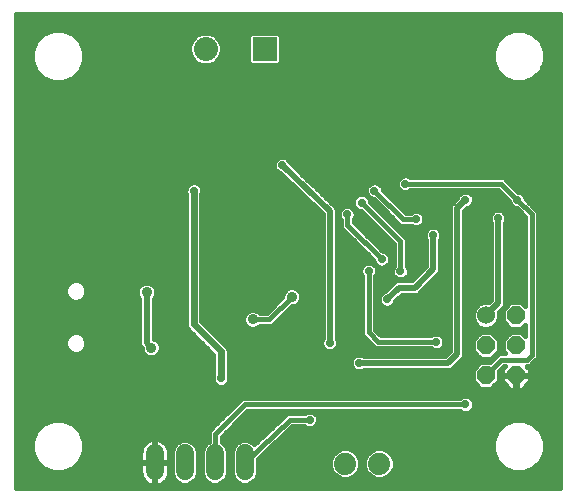
<source format=gbl>
G75*
%MOIN*%
%OFA0B0*%
%FSLAX24Y24*%
%IPPOS*%
%LPD*%
%AMOC8*
5,1,8,0,0,1.08239X$1,22.5*
%
%ADD10R,0.0800X0.0800*%
%ADD11C,0.0800*%
%ADD12C,0.0740*%
%ADD13C,0.0600*%
%ADD14C,0.0600*%
%ADD15OC8,0.0600*%
%ADD16C,0.0197*%
%ADD17C,0.0277*%
%ADD18C,0.0157*%
%ADD19C,0.0356*%
%ADD20C,0.0236*%
D10*
X010612Y015966D03*
D11*
X008643Y015966D03*
D12*
X013298Y002147D03*
X014438Y002147D03*
D13*
X009946Y001887D02*
X009946Y002487D01*
X008946Y002487D02*
X008946Y001887D01*
X007946Y001887D02*
X007946Y002487D01*
X006946Y002487D02*
X006946Y001887D01*
D14*
X017986Y007084D03*
D15*
X017986Y006084D03*
X017986Y005084D03*
X018986Y005084D03*
X018986Y006084D03*
X018986Y007084D03*
D16*
X018387Y007486D02*
X017986Y007084D01*
X018387Y007486D02*
X018387Y010317D01*
X017305Y010927D02*
X017029Y010651D01*
X017029Y005809D01*
X016714Y005494D01*
X013761Y005494D01*
X012777Y006163D02*
X012777Y010553D01*
X011202Y012088D01*
X015080Y008013D02*
X014687Y007620D01*
X015080Y008013D02*
X015612Y008013D01*
X016222Y008624D01*
X016222Y009765D01*
X006832Y006006D02*
X006675Y006163D01*
X006675Y007856D01*
D17*
X006872Y008643D03*
X008250Y011242D03*
X007502Y013604D03*
X011202Y012088D03*
X013368Y010454D03*
X013840Y010848D03*
X014273Y011242D03*
X015297Y011478D03*
X015651Y010297D03*
X016222Y009765D03*
X015139Y008565D03*
X014509Y008958D03*
X014076Y008565D03*
X014687Y007620D03*
X015336Y007226D03*
X016320Y006202D03*
X017305Y004116D03*
X013761Y005494D03*
X012659Y005100D03*
X012777Y006163D03*
X010336Y006242D03*
X009155Y004982D03*
X008565Y004824D03*
X008525Y003919D03*
X012108Y003604D03*
X010021Y008643D03*
X014982Y012777D03*
X017305Y010927D03*
X018387Y010317D03*
X019037Y010927D03*
X017698Y008565D03*
D18*
X002326Y001342D02*
X002326Y017126D01*
X020472Y017126D01*
X020472Y001342D01*
X002326Y001342D01*
X002326Y001475D02*
X006700Y001475D01*
X006696Y001477D02*
X006763Y001443D01*
X006834Y001420D01*
X006909Y001408D01*
X006925Y001408D01*
X006925Y002165D01*
X006968Y002165D01*
X006968Y002208D01*
X007425Y002208D01*
X007425Y002524D01*
X007413Y002599D01*
X007390Y002670D01*
X007356Y002738D01*
X007312Y002798D01*
X007258Y002852D01*
X007197Y002896D01*
X007130Y002930D01*
X007059Y002954D01*
X006984Y002965D01*
X006968Y002965D01*
X006968Y002208D01*
X006925Y002208D01*
X006925Y002165D01*
X006468Y002165D01*
X006468Y001849D01*
X006480Y001775D01*
X006503Y001703D01*
X006537Y001636D01*
X006581Y001575D01*
X006635Y001521D01*
X006696Y001477D01*
X006540Y001631D02*
X002326Y001631D01*
X002326Y001787D02*
X006478Y001787D01*
X006468Y001943D02*
X004070Y001943D01*
X004214Y002002D02*
X004458Y002246D01*
X004590Y002565D01*
X004590Y002910D01*
X004458Y003229D01*
X004214Y003473D01*
X003895Y003606D01*
X003549Y003606D01*
X003231Y003473D01*
X002986Y003229D01*
X002854Y002910D01*
X002854Y002565D01*
X002986Y002246D01*
X003231Y002002D01*
X003549Y001870D01*
X003895Y001870D01*
X004214Y002002D01*
X004310Y002099D02*
X006468Y002099D01*
X006468Y002208D02*
X006925Y002208D01*
X006925Y002965D01*
X006909Y002965D01*
X006834Y002954D01*
X006763Y002930D01*
X006696Y002896D01*
X006635Y002852D01*
X006581Y002798D01*
X006537Y002738D01*
X006503Y002670D01*
X006480Y002599D01*
X006468Y002524D01*
X006468Y002208D01*
X006468Y002255D02*
X004461Y002255D01*
X004526Y002411D02*
X006468Y002411D01*
X006474Y002567D02*
X004590Y002567D01*
X004590Y002723D02*
X006529Y002723D01*
X006672Y002879D02*
X004590Y002879D01*
X004538Y003035D02*
X008741Y003035D01*
X008741Y003191D02*
X004474Y003191D01*
X004340Y003347D02*
X008866Y003347D01*
X008868Y003349D02*
X008741Y003222D01*
X008741Y002876D01*
X008698Y002859D01*
X008575Y002735D01*
X008508Y002574D01*
X008508Y001799D01*
X008575Y001638D01*
X008698Y001515D01*
X008859Y001448D01*
X009034Y001448D01*
X009195Y001515D01*
X009318Y001638D01*
X009385Y001799D01*
X009385Y002574D01*
X009318Y002735D01*
X009195Y002859D01*
X009176Y002867D01*
X009176Y003041D01*
X010033Y003898D01*
X017130Y003898D01*
X017148Y003881D01*
X017250Y003838D01*
X017360Y003838D01*
X017462Y003881D01*
X017540Y003959D01*
X017582Y004061D01*
X017582Y004171D01*
X017540Y004273D01*
X017462Y004351D01*
X017360Y004393D01*
X017250Y004393D01*
X017148Y004351D01*
X017130Y004333D01*
X009852Y004333D01*
X008868Y003349D01*
X009022Y003503D02*
X004143Y003503D01*
X003301Y003503D02*
X002326Y003503D01*
X002326Y003659D02*
X009178Y003659D01*
X009334Y003815D02*
X002326Y003815D01*
X002326Y003971D02*
X009490Y003971D01*
X009646Y004127D02*
X002326Y004127D01*
X002326Y004283D02*
X009802Y004283D01*
X009943Y004116D02*
X008958Y003131D01*
X008958Y002198D01*
X008946Y002187D01*
X008508Y002255D02*
X008385Y002255D01*
X008385Y002411D02*
X008508Y002411D01*
X008508Y002567D02*
X008385Y002567D01*
X008385Y002574D02*
X008318Y002735D01*
X008195Y002859D01*
X008034Y002925D01*
X007859Y002925D01*
X007698Y002859D01*
X007575Y002735D01*
X007508Y002574D01*
X007508Y001799D01*
X007575Y001638D01*
X007698Y001515D01*
X007859Y001448D01*
X008034Y001448D01*
X008195Y001515D01*
X008318Y001638D01*
X008385Y001799D01*
X008385Y002574D01*
X008324Y002723D02*
X008569Y002723D01*
X008741Y002879D02*
X008146Y002879D01*
X007747Y002879D02*
X007221Y002879D01*
X007363Y002723D02*
X007569Y002723D01*
X007508Y002567D02*
X007418Y002567D01*
X007425Y002411D02*
X007508Y002411D01*
X007508Y002255D02*
X007425Y002255D01*
X007425Y002165D02*
X006968Y002165D01*
X006968Y001408D01*
X006984Y001408D01*
X007059Y001420D01*
X007130Y001443D01*
X007197Y001477D01*
X007258Y001521D01*
X007312Y001575D01*
X007356Y001636D01*
X007390Y001703D01*
X007413Y001775D01*
X007425Y001849D01*
X007425Y002165D01*
X007425Y002099D02*
X007508Y002099D01*
X007508Y001943D02*
X007425Y001943D01*
X007415Y001787D02*
X007513Y001787D01*
X007582Y001631D02*
X007352Y001631D01*
X007193Y001475D02*
X007794Y001475D01*
X008099Y001475D02*
X008794Y001475D01*
X008582Y001631D02*
X008311Y001631D01*
X008380Y001787D02*
X008513Y001787D01*
X008508Y001943D02*
X008385Y001943D01*
X008385Y002099D02*
X008508Y002099D01*
X009099Y001475D02*
X009794Y001475D01*
X009859Y001448D02*
X009698Y001515D01*
X009575Y001638D01*
X009508Y001799D01*
X009508Y002574D01*
X009575Y002735D01*
X009698Y002859D01*
X009859Y002925D01*
X010034Y002925D01*
X010195Y002859D01*
X010265Y002788D01*
X011291Y003760D01*
X011352Y003821D01*
X011356Y003821D01*
X011358Y003824D01*
X011445Y003821D01*
X011933Y003821D01*
X011951Y003839D01*
X012053Y003881D01*
X012163Y003881D01*
X012265Y003839D01*
X012343Y003761D01*
X012385Y003659D01*
X012385Y003549D01*
X012343Y003447D01*
X012265Y003369D01*
X012163Y003326D01*
X012053Y003326D01*
X011951Y003369D01*
X011933Y003386D01*
X011529Y003386D01*
X010385Y002303D01*
X010385Y001799D01*
X010318Y001638D01*
X010195Y001515D01*
X010034Y001448D01*
X009859Y001448D01*
X010099Y001475D02*
X020472Y001475D01*
X020472Y001631D02*
X010311Y001631D01*
X010380Y001787D02*
X012939Y001787D01*
X013010Y001716D02*
X012866Y001859D01*
X012789Y002046D01*
X012789Y002248D01*
X012866Y002435D01*
X013010Y002579D01*
X013197Y002656D01*
X013399Y002656D01*
X013586Y002579D01*
X013729Y002435D01*
X013806Y002248D01*
X013806Y002046D01*
X013729Y001859D01*
X013586Y001716D01*
X013399Y001639D01*
X013197Y001639D01*
X013010Y001716D01*
X012832Y001943D02*
X010385Y001943D01*
X010385Y002099D02*
X012789Y002099D01*
X012792Y002255D02*
X010385Y002255D01*
X010499Y002411D02*
X012856Y002411D01*
X012998Y002567D02*
X010664Y002567D01*
X010829Y002723D02*
X018209Y002723D01*
X018209Y002879D02*
X010993Y002879D01*
X011158Y003035D02*
X018260Y003035D01*
X018209Y002910D02*
X018341Y003229D01*
X018585Y003473D01*
X018904Y003606D01*
X019249Y003606D01*
X019568Y003473D01*
X019812Y003229D01*
X019944Y002910D01*
X019944Y002565D01*
X019812Y002246D01*
X019568Y002002D01*
X019249Y001870D01*
X018904Y001870D01*
X018585Y002002D01*
X018341Y002246D01*
X018209Y002565D01*
X018209Y002910D01*
X018325Y003191D02*
X011323Y003191D01*
X011487Y003347D02*
X012004Y003347D01*
X012212Y003347D02*
X018458Y003347D01*
X018656Y003503D02*
X012366Y003503D01*
X012385Y003659D02*
X020472Y003659D01*
X020472Y003815D02*
X012290Y003815D01*
X012108Y003604D02*
X011443Y003604D01*
X009946Y002187D01*
X009508Y002255D02*
X009385Y002255D01*
X009385Y002411D02*
X009508Y002411D01*
X009508Y002567D02*
X009385Y002567D01*
X009324Y002723D02*
X009569Y002723D01*
X009747Y002879D02*
X009176Y002879D01*
X009176Y003035D02*
X010526Y003035D01*
X010690Y003191D02*
X009325Y003191D01*
X009481Y003347D02*
X010855Y003347D01*
X011019Y003503D02*
X009637Y003503D01*
X009793Y003659D02*
X011184Y003659D01*
X011346Y003815D02*
X009949Y003815D01*
X009943Y004116D02*
X017305Y004116D01*
X017530Y004283D02*
X020472Y004283D01*
X020472Y004439D02*
X002326Y004439D01*
X002326Y004595D02*
X020472Y004595D01*
X020472Y004751D02*
X019329Y004751D01*
X019465Y004886D02*
X019184Y004606D01*
X019007Y004606D01*
X019007Y005063D01*
X018965Y005063D01*
X018965Y004606D01*
X018788Y004606D01*
X018507Y004886D01*
X018507Y005063D01*
X018965Y005063D01*
X018965Y005106D01*
X018507Y005106D01*
X018507Y005283D01*
X018619Y005394D01*
X018603Y005394D01*
X018425Y005215D01*
X018425Y004903D01*
X018168Y004646D01*
X017804Y004646D01*
X017547Y004903D01*
X017547Y005266D01*
X017804Y005523D01*
X018117Y005523D01*
X018288Y005694D01*
X018288Y005702D01*
X018415Y005829D01*
X018620Y005829D01*
X018547Y005903D01*
X018547Y006266D01*
X018804Y006523D01*
X019168Y006523D01*
X019292Y006399D01*
X019292Y006770D01*
X019168Y006646D01*
X018804Y006646D01*
X018547Y006903D01*
X018547Y007266D01*
X018804Y007523D01*
X019168Y007523D01*
X019292Y007399D01*
X019292Y010364D01*
X019007Y010649D01*
X018982Y010649D01*
X018880Y010692D01*
X018802Y010770D01*
X018760Y010872D01*
X018760Y010897D01*
X018396Y011260D01*
X015472Y011260D01*
X015454Y011243D01*
X015352Y011200D01*
X015242Y011200D01*
X015140Y011243D01*
X015062Y011321D01*
X015019Y011423D01*
X015019Y011533D01*
X015062Y011635D01*
X015140Y011713D01*
X015242Y011755D01*
X015352Y011755D01*
X015454Y011713D01*
X015472Y011695D01*
X018576Y011695D01*
X018703Y011568D01*
X019067Y011204D01*
X019092Y011204D01*
X019194Y011162D01*
X019272Y011084D01*
X019314Y010982D01*
X019314Y010957D01*
X019727Y010544D01*
X019727Y005679D01*
X019600Y005552D01*
X019442Y005394D01*
X019353Y005394D01*
X019465Y005283D01*
X019465Y005106D01*
X019007Y005106D01*
X019007Y005063D01*
X019465Y005063D01*
X019465Y004886D01*
X019465Y004907D02*
X020472Y004907D01*
X020472Y005063D02*
X019465Y005063D01*
X019465Y005218D02*
X020472Y005218D01*
X020472Y005374D02*
X019373Y005374D01*
X019352Y005612D02*
X019509Y005769D01*
X019509Y010454D01*
X019037Y010927D01*
X018486Y011478D01*
X015297Y011478D01*
X015019Y011458D02*
X014450Y011458D01*
X014430Y011477D02*
X014328Y011519D01*
X014218Y011519D01*
X014116Y011477D01*
X014038Y011399D01*
X013996Y011297D01*
X013996Y011187D01*
X014038Y011085D01*
X014116Y011006D01*
X014218Y010964D01*
X014243Y010964D01*
X015001Y010207D01*
X015128Y010079D01*
X015476Y010079D01*
X015494Y010062D01*
X015596Y010019D01*
X015706Y010019D01*
X015808Y010062D01*
X015886Y010140D01*
X015929Y010242D01*
X015929Y010352D01*
X015886Y010454D01*
X015808Y010532D01*
X015706Y010574D01*
X015596Y010574D01*
X015494Y010532D01*
X015476Y010514D01*
X015308Y010514D01*
X014551Y011272D01*
X014551Y011297D01*
X014508Y011399D01*
X014430Y011477D01*
X014549Y011302D02*
X015081Y011302D01*
X014833Y010990D02*
X017030Y010990D01*
X017029Y010987D02*
X016792Y010749D01*
X016792Y005907D01*
X016616Y005731D01*
X013914Y005731D01*
X013817Y005771D01*
X013706Y005771D01*
X013604Y005729D01*
X013526Y005651D01*
X013484Y005549D01*
X013484Y005439D01*
X013526Y005337D01*
X013604Y005258D01*
X013706Y005216D01*
X013817Y005216D01*
X013914Y005257D01*
X016812Y005257D01*
X016951Y005395D01*
X017266Y005710D01*
X017266Y010553D01*
X017365Y010651D01*
X017462Y010692D01*
X017540Y010770D01*
X017582Y010872D01*
X017582Y010982D01*
X017540Y011084D01*
X017462Y011162D01*
X017360Y011204D01*
X017250Y011204D01*
X017148Y011162D01*
X017069Y011084D01*
X017029Y010987D01*
X017131Y011146D02*
X014677Y011146D01*
X014273Y011242D02*
X015218Y010297D01*
X015651Y010297D01*
X015513Y010054D02*
X014942Y010054D01*
X014998Y010210D02*
X014786Y010210D01*
X014842Y010366D02*
X014630Y010366D01*
X014686Y010522D02*
X014474Y010522D01*
X014530Y010678D02*
X014318Y010678D01*
X014374Y010834D02*
X014162Y010834D01*
X014118Y010878D02*
X014118Y010903D01*
X014075Y011005D01*
X013997Y011083D01*
X013895Y011126D01*
X013785Y011126D01*
X013683Y011083D01*
X013605Y011005D01*
X013563Y010903D01*
X013563Y010793D01*
X013605Y010691D01*
X013683Y010613D01*
X013785Y010571D01*
X013810Y010571D01*
X014922Y009459D01*
X014922Y008740D01*
X014904Y008722D01*
X014862Y008620D01*
X014862Y008509D01*
X014904Y008407D01*
X014982Y008329D01*
X015084Y008287D01*
X015195Y008287D01*
X015297Y008329D01*
X015375Y008407D01*
X015417Y008509D01*
X015417Y008620D01*
X015375Y008722D01*
X015357Y008740D01*
X015357Y009639D01*
X014118Y010878D01*
X014082Y010990D02*
X014156Y010990D01*
X014013Y011146D02*
X012509Y011146D01*
X012669Y010990D02*
X013599Y010990D01*
X013563Y010834D02*
X012829Y010834D01*
X012874Y010790D02*
X011476Y012153D01*
X011438Y012245D01*
X011360Y012323D01*
X011258Y012366D01*
X011147Y012366D01*
X011045Y012323D01*
X010967Y012245D01*
X010925Y012143D01*
X010925Y012033D01*
X010967Y011931D01*
X011045Y011853D01*
X011147Y011811D01*
X011147Y011811D01*
X012540Y010453D01*
X012540Y006316D01*
X012500Y006218D01*
X012500Y006108D01*
X012542Y006006D01*
X012620Y005928D01*
X012722Y005886D01*
X012832Y005886D01*
X012934Y005928D01*
X013012Y006006D01*
X013055Y006108D01*
X013055Y006218D01*
X013014Y006316D01*
X013014Y010456D01*
X013016Y010458D01*
X013014Y010554D01*
X013014Y010651D01*
X013013Y010652D01*
X013013Y010654D01*
X012944Y010721D01*
X012875Y010790D01*
X012874Y010790D01*
X012989Y010678D02*
X013199Y010678D01*
X013211Y010690D02*
X013132Y010612D01*
X013090Y010510D01*
X013090Y010399D01*
X013132Y010297D01*
X013150Y010279D01*
X013150Y010010D01*
X014232Y008928D01*
X014232Y008903D01*
X014274Y008801D01*
X014352Y008723D01*
X014454Y008681D01*
X014565Y008681D01*
X014667Y008723D01*
X014745Y008801D01*
X014787Y008903D01*
X014787Y009013D01*
X014745Y009115D01*
X014667Y009194D01*
X014565Y009236D01*
X014540Y009236D01*
X013585Y010190D01*
X013585Y010279D01*
X013603Y010297D01*
X013645Y010399D01*
X013645Y010510D01*
X013603Y010612D01*
X013525Y010690D01*
X013423Y010732D01*
X013313Y010732D01*
X013211Y010690D01*
X013095Y010522D02*
X013015Y010522D01*
X013014Y010366D02*
X013104Y010366D01*
X013150Y010210D02*
X013014Y010210D01*
X013014Y010054D02*
X013150Y010054D01*
X013262Y009898D02*
X013014Y009898D01*
X013014Y009742D02*
X013418Y009742D01*
X013574Y009586D02*
X013014Y009586D01*
X013014Y009430D02*
X013730Y009430D01*
X013886Y009274D02*
X013014Y009274D01*
X013014Y009118D02*
X014042Y009118D01*
X014198Y008962D02*
X013014Y008962D01*
X013014Y008806D02*
X013934Y008806D01*
X013919Y008800D02*
X013841Y008722D01*
X013799Y008620D01*
X013799Y008509D01*
X013841Y008407D01*
X013859Y008390D01*
X013859Y006427D01*
X014301Y005985D01*
X014481Y005985D01*
X016146Y005985D01*
X016163Y005967D01*
X016265Y005925D01*
X016376Y005925D01*
X016478Y005967D01*
X016556Y006045D01*
X016598Y006147D01*
X016598Y006258D01*
X016556Y006360D01*
X016478Y006438D01*
X016376Y006480D01*
X016265Y006480D01*
X016163Y006438D01*
X016146Y006420D01*
X014481Y006420D01*
X014294Y006607D01*
X014294Y008390D01*
X014312Y008407D01*
X014354Y008509D01*
X014354Y008620D01*
X014312Y008722D01*
X014234Y008800D01*
X014132Y008842D01*
X014021Y008842D01*
X013919Y008800D01*
X013811Y008650D02*
X013014Y008650D01*
X013014Y008494D02*
X013805Y008494D01*
X013859Y008338D02*
X013014Y008338D01*
X013014Y008182D02*
X013859Y008182D01*
X013859Y008026D02*
X013014Y008026D01*
X013014Y007870D02*
X013859Y007870D01*
X013859Y007714D02*
X013014Y007714D01*
X013014Y007558D02*
X013859Y007558D01*
X013859Y007402D02*
X013014Y007402D01*
X013014Y007246D02*
X013859Y007246D01*
X013859Y007090D02*
X013014Y007090D01*
X013014Y006934D02*
X013859Y006934D01*
X013859Y006778D02*
X013014Y006778D01*
X013014Y006622D02*
X013859Y006622D01*
X013859Y006466D02*
X013014Y006466D01*
X013016Y006310D02*
X013976Y006310D01*
X014132Y006154D02*
X013055Y006154D01*
X013005Y005998D02*
X014288Y005998D01*
X014391Y006202D02*
X014076Y006517D01*
X014076Y008565D01*
X014341Y008650D02*
X014874Y008650D01*
X014868Y008494D02*
X014348Y008494D01*
X014294Y008338D02*
X014973Y008338D01*
X014982Y008251D02*
X014627Y007895D01*
X014529Y007855D01*
X014451Y007777D01*
X014409Y007675D01*
X014409Y007564D01*
X014451Y007463D01*
X014529Y007384D01*
X014631Y007342D01*
X014742Y007342D01*
X014844Y007384D01*
X014922Y007463D01*
X014962Y007560D01*
X015179Y007776D01*
X015710Y007776D01*
X015849Y007915D01*
X015849Y007915D01*
X016320Y008386D01*
X016320Y008386D01*
X016459Y008525D01*
X016459Y009613D01*
X016500Y009710D01*
X016500Y009821D01*
X016457Y009923D01*
X016379Y010001D01*
X016277Y010043D01*
X016167Y010043D01*
X016065Y010001D01*
X015987Y009923D01*
X015945Y009821D01*
X015945Y009710D01*
X015985Y009613D01*
X015985Y008722D01*
X015514Y008251D01*
X014982Y008251D01*
X014914Y008182D02*
X014294Y008182D01*
X014294Y008026D02*
X014758Y008026D01*
X014566Y007870D02*
X014294Y007870D01*
X014294Y007714D02*
X014425Y007714D01*
X014412Y007558D02*
X014294Y007558D01*
X014294Y007402D02*
X014512Y007402D01*
X014294Y007246D02*
X016792Y007246D01*
X016792Y007090D02*
X014294Y007090D01*
X014294Y006934D02*
X016792Y006934D01*
X016792Y006778D02*
X014294Y006778D01*
X014294Y006622D02*
X016792Y006622D01*
X016792Y006466D02*
X016408Y006466D01*
X016233Y006466D02*
X014435Y006466D01*
X014391Y006202D02*
X016320Y006202D01*
X016509Y005998D02*
X016792Y005998D01*
X016792Y006154D02*
X016598Y006154D01*
X016576Y006310D02*
X016792Y006310D01*
X016727Y005842D02*
X009412Y005842D01*
X009412Y005938D02*
X009373Y006033D01*
X008506Y006899D01*
X008506Y011137D01*
X008527Y011187D01*
X008527Y011297D01*
X008485Y011399D01*
X008407Y011477D01*
X008305Y011519D01*
X008194Y011519D01*
X008092Y011477D01*
X008014Y011399D01*
X007972Y011297D01*
X007972Y011187D01*
X007993Y011137D01*
X007993Y006742D01*
X008032Y006647D01*
X008898Y005781D01*
X008898Y005087D01*
X008878Y005037D01*
X008878Y004927D01*
X008920Y004825D01*
X008998Y004747D01*
X009100Y004704D01*
X009210Y004704D01*
X009312Y004747D01*
X009390Y004825D01*
X009433Y004927D01*
X009433Y005037D01*
X009412Y005087D01*
X009412Y005938D01*
X009387Y005998D02*
X012549Y005998D01*
X012500Y006154D02*
X009251Y006154D01*
X009095Y006310D02*
X012538Y006310D01*
X012540Y006466D02*
X008939Y006466D01*
X008783Y006622D02*
X012540Y006622D01*
X012540Y006778D02*
X010905Y006778D01*
X010859Y006733D02*
X011508Y007382D01*
X011580Y007382D01*
X011697Y007430D01*
X011786Y007519D01*
X011834Y007635D01*
X011834Y007761D01*
X011786Y007878D01*
X011697Y007967D01*
X011580Y008015D01*
X011454Y008015D01*
X011338Y007967D01*
X011249Y007878D01*
X011200Y007761D01*
X011200Y007689D01*
X010679Y007168D01*
X010449Y007168D01*
X010398Y007219D01*
X010281Y007267D01*
X010155Y007267D01*
X010039Y007219D01*
X009949Y007130D01*
X009901Y007013D01*
X009901Y006887D01*
X009949Y006771D01*
X010039Y006682D01*
X010155Y006634D01*
X010281Y006634D01*
X010398Y006682D01*
X010449Y006733D01*
X010859Y006733D01*
X010769Y006950D02*
X011517Y007698D01*
X011630Y007402D02*
X012540Y007402D01*
X012540Y007246D02*
X011373Y007246D01*
X011217Y007090D02*
X012540Y007090D01*
X012540Y006934D02*
X011061Y006934D01*
X010769Y006950D02*
X010218Y006950D01*
X009901Y006934D02*
X008506Y006934D01*
X008506Y007090D02*
X009933Y007090D01*
X010104Y007246D02*
X008506Y007246D01*
X008506Y007402D02*
X010914Y007402D01*
X011070Y007558D02*
X008506Y007558D01*
X008506Y007714D02*
X011200Y007714D01*
X011245Y007870D02*
X008506Y007870D01*
X008506Y008026D02*
X012540Y008026D01*
X012540Y007870D02*
X011789Y007870D01*
X011834Y007714D02*
X012540Y007714D01*
X012540Y007558D02*
X011802Y007558D01*
X012540Y008182D02*
X008506Y008182D01*
X008506Y008338D02*
X012540Y008338D01*
X012540Y008494D02*
X008506Y008494D01*
X008506Y008650D02*
X012540Y008650D01*
X012540Y008806D02*
X008506Y008806D01*
X008506Y008962D02*
X012540Y008962D01*
X012540Y009118D02*
X008506Y009118D01*
X008506Y009274D02*
X012540Y009274D01*
X012540Y009430D02*
X008506Y009430D01*
X008506Y009586D02*
X012540Y009586D01*
X012540Y009742D02*
X008506Y009742D01*
X008506Y009898D02*
X012540Y009898D01*
X012540Y010054D02*
X008506Y010054D01*
X008506Y010210D02*
X012540Y010210D01*
X012540Y010366D02*
X008506Y010366D01*
X008506Y010522D02*
X012469Y010522D01*
X012309Y010678D02*
X008506Y010678D01*
X008506Y010834D02*
X012149Y010834D01*
X011989Y010990D02*
X008506Y010990D01*
X008510Y011146D02*
X011829Y011146D01*
X011669Y011302D02*
X008525Y011302D01*
X008426Y011458D02*
X011509Y011458D01*
X011349Y011614D02*
X002326Y011614D01*
X002326Y011770D02*
X011189Y011770D01*
X010972Y011926D02*
X002326Y011926D01*
X002326Y012082D02*
X010925Y012082D01*
X010964Y012238D02*
X002326Y012238D01*
X002326Y012394D02*
X020472Y012394D01*
X020472Y012550D02*
X002326Y012550D01*
X002326Y012706D02*
X020472Y012706D01*
X020472Y012862D02*
X002326Y012862D01*
X002326Y013018D02*
X020472Y013018D01*
X020472Y013173D02*
X002326Y013173D01*
X002326Y013329D02*
X020472Y013329D01*
X020472Y013485D02*
X002326Y013485D01*
X002326Y013641D02*
X020472Y013641D01*
X020472Y013797D02*
X002326Y013797D01*
X002326Y013953D02*
X020472Y013953D01*
X020472Y014109D02*
X002326Y014109D01*
X002326Y014265D02*
X020472Y014265D01*
X020472Y014421D02*
X002326Y014421D01*
X002326Y014577D02*
X020472Y014577D01*
X020472Y014733D02*
X002326Y014733D01*
X002326Y014889D02*
X003484Y014889D01*
X003549Y014862D02*
X003895Y014862D01*
X004214Y014994D01*
X004458Y015238D01*
X004590Y015557D01*
X004590Y015903D01*
X004458Y016221D01*
X004214Y016466D01*
X003895Y016598D01*
X003549Y016598D01*
X003231Y016466D01*
X002986Y016221D01*
X002854Y015903D01*
X002854Y015557D01*
X002986Y015238D01*
X003231Y014994D01*
X003549Y014862D01*
X003960Y014889D02*
X018838Y014889D01*
X018904Y014862D02*
X019249Y014862D01*
X019568Y014994D01*
X019812Y015238D01*
X019944Y015557D01*
X019944Y015903D01*
X019812Y016221D01*
X019568Y016466D01*
X019249Y016598D01*
X018904Y016598D01*
X018585Y016466D01*
X018341Y016221D01*
X018209Y015903D01*
X018209Y015557D01*
X018341Y015238D01*
X018585Y014994D01*
X018904Y014862D01*
X018534Y015045D02*
X004265Y015045D01*
X004421Y015201D02*
X018378Y015201D01*
X018292Y015357D02*
X004507Y015357D01*
X004571Y015513D02*
X008334Y015513D01*
X008338Y015509D02*
X008536Y015427D01*
X008750Y015427D01*
X008948Y015509D01*
X009100Y015661D01*
X009182Y015859D01*
X009182Y016073D01*
X009100Y016271D01*
X008948Y016423D01*
X008750Y016505D01*
X008536Y016505D01*
X008338Y016423D01*
X008187Y016271D01*
X008105Y016073D01*
X008105Y015859D01*
X008187Y015661D01*
X008338Y015509D01*
X008183Y015669D02*
X004590Y015669D01*
X004590Y015825D02*
X008119Y015825D01*
X008105Y015981D02*
X004557Y015981D01*
X004493Y016137D02*
X008131Y016137D01*
X008208Y016293D02*
X004386Y016293D01*
X004230Y016449D02*
X008401Y016449D01*
X008885Y016449D02*
X010099Y016449D01*
X010073Y016424D02*
X010154Y016505D01*
X011069Y016505D01*
X011151Y016424D01*
X011151Y015509D01*
X011069Y015427D01*
X010154Y015427D01*
X010073Y015509D01*
X010073Y016424D01*
X010073Y016293D02*
X009078Y016293D01*
X009156Y016137D02*
X010073Y016137D01*
X010073Y015981D02*
X009182Y015981D01*
X009168Y015825D02*
X010073Y015825D01*
X010073Y015669D02*
X009103Y015669D01*
X008952Y015513D02*
X010073Y015513D01*
X011151Y015513D02*
X018227Y015513D01*
X018209Y015669D02*
X011151Y015669D01*
X011151Y015825D02*
X018209Y015825D01*
X018241Y015981D02*
X011151Y015981D01*
X011151Y016137D02*
X018306Y016137D01*
X018412Y016293D02*
X011151Y016293D01*
X011125Y016449D02*
X018568Y016449D01*
X019584Y016449D02*
X020472Y016449D01*
X020472Y016293D02*
X019740Y016293D01*
X019847Y016137D02*
X020472Y016137D01*
X020472Y015981D02*
X019912Y015981D01*
X019944Y015825D02*
X020472Y015825D01*
X020472Y015669D02*
X019944Y015669D01*
X019926Y015513D02*
X020472Y015513D01*
X020472Y015357D02*
X019861Y015357D01*
X019775Y015201D02*
X020472Y015201D01*
X020472Y015045D02*
X019619Y015045D01*
X019314Y014889D02*
X020472Y014889D01*
X020472Y016605D02*
X002326Y016605D01*
X002326Y016449D02*
X003214Y016449D01*
X003058Y016293D02*
X002326Y016293D01*
X002326Y016137D02*
X002952Y016137D01*
X002887Y015981D02*
X002326Y015981D01*
X002326Y015825D02*
X002854Y015825D01*
X002854Y015669D02*
X002326Y015669D01*
X002326Y015513D02*
X002873Y015513D01*
X002937Y015357D02*
X002326Y015357D01*
X002326Y015201D02*
X003024Y015201D01*
X003180Y015045D02*
X002326Y015045D01*
X002326Y016761D02*
X020472Y016761D01*
X020472Y016917D02*
X002326Y016917D01*
X002326Y017073D02*
X020472Y017073D01*
X020472Y012238D02*
X011441Y012238D01*
X011549Y012082D02*
X020472Y012082D01*
X020472Y011926D02*
X011709Y011926D01*
X011869Y011770D02*
X020472Y011770D01*
X020472Y011614D02*
X018658Y011614D01*
X018814Y011458D02*
X020472Y011458D01*
X020472Y011302D02*
X018970Y011302D01*
X019210Y011146D02*
X020472Y011146D01*
X020472Y010990D02*
X019311Y010990D01*
X019438Y010834D02*
X020472Y010834D01*
X020472Y010678D02*
X019594Y010678D01*
X019727Y010522D02*
X020472Y010522D01*
X020472Y010366D02*
X019727Y010366D01*
X019727Y010210D02*
X020472Y010210D01*
X020472Y010054D02*
X019727Y010054D01*
X019727Y009898D02*
X020472Y009898D01*
X020472Y009742D02*
X019727Y009742D01*
X019727Y009586D02*
X020472Y009586D01*
X020472Y009430D02*
X019727Y009430D01*
X019727Y009274D02*
X020472Y009274D01*
X020472Y009118D02*
X019727Y009118D01*
X019727Y008962D02*
X020472Y008962D01*
X020472Y008806D02*
X019727Y008806D01*
X019727Y008650D02*
X020472Y008650D01*
X020472Y008494D02*
X019727Y008494D01*
X019727Y008338D02*
X020472Y008338D01*
X020472Y008182D02*
X019727Y008182D01*
X019727Y008026D02*
X020472Y008026D01*
X020472Y007870D02*
X019727Y007870D01*
X019727Y007714D02*
X020472Y007714D01*
X020472Y007558D02*
X019727Y007558D01*
X019727Y007402D02*
X020472Y007402D01*
X020472Y007246D02*
X019727Y007246D01*
X019727Y007090D02*
X020472Y007090D01*
X020472Y006934D02*
X019727Y006934D01*
X019727Y006778D02*
X020472Y006778D01*
X020472Y006622D02*
X019727Y006622D01*
X019727Y006466D02*
X020472Y006466D01*
X020472Y006310D02*
X019727Y006310D01*
X019727Y006154D02*
X020472Y006154D01*
X020472Y005998D02*
X019727Y005998D01*
X019727Y005842D02*
X020472Y005842D01*
X020472Y005686D02*
X019727Y005686D01*
X019578Y005530D02*
X020472Y005530D01*
X019352Y005612D02*
X018506Y005612D01*
X018506Y005604D01*
X017986Y005084D01*
X017547Y005063D02*
X009422Y005063D01*
X009412Y005218D02*
X013701Y005218D01*
X013822Y005218D02*
X017547Y005218D01*
X017656Y005374D02*
X016930Y005374D01*
X017086Y005530D02*
X018124Y005530D01*
X018168Y005646D02*
X017804Y005646D01*
X017547Y005903D01*
X017547Y006266D01*
X017804Y006523D01*
X018168Y006523D01*
X018425Y006266D01*
X018425Y005903D01*
X018168Y005646D01*
X018208Y005686D02*
X018280Y005686D01*
X018364Y005842D02*
X018607Y005842D01*
X018547Y005998D02*
X018425Y005998D01*
X018425Y006154D02*
X018547Y006154D01*
X018591Y006310D02*
X018380Y006310D01*
X018224Y006466D02*
X018747Y006466D01*
X018671Y006778D02*
X018300Y006778D01*
X018358Y006836D02*
X018425Y006997D01*
X018425Y007172D01*
X018420Y007183D01*
X018486Y007249D01*
X018625Y007388D01*
X018625Y010164D01*
X018665Y010261D01*
X018665Y010372D01*
X018623Y010474D01*
X018545Y010552D01*
X018443Y010594D01*
X018332Y010594D01*
X018230Y010552D01*
X018152Y010474D01*
X018110Y010372D01*
X018110Y010261D01*
X018150Y010164D01*
X018150Y007584D01*
X018084Y007518D01*
X018073Y007523D01*
X017899Y007523D01*
X017737Y007456D01*
X017614Y007333D01*
X017547Y007172D01*
X017547Y006997D01*
X017614Y006836D01*
X017737Y006712D01*
X017899Y006646D01*
X018073Y006646D01*
X018234Y006712D01*
X018358Y006836D01*
X018399Y006934D02*
X018547Y006934D01*
X018547Y007090D02*
X018425Y007090D01*
X018483Y007246D02*
X018547Y007246D01*
X018486Y007249D02*
X018486Y007249D01*
X018625Y007402D02*
X018683Y007402D01*
X018625Y007558D02*
X019292Y007558D01*
X019288Y007402D02*
X019292Y007402D01*
X019292Y007714D02*
X018625Y007714D01*
X018625Y007870D02*
X019292Y007870D01*
X019292Y008026D02*
X018625Y008026D01*
X018625Y008182D02*
X019292Y008182D01*
X019292Y008338D02*
X018625Y008338D01*
X018625Y008494D02*
X019292Y008494D01*
X019292Y008650D02*
X018625Y008650D01*
X018625Y008806D02*
X019292Y008806D01*
X019292Y008962D02*
X018625Y008962D01*
X018625Y009118D02*
X019292Y009118D01*
X019292Y009274D02*
X018625Y009274D01*
X018625Y009430D02*
X019292Y009430D01*
X019292Y009586D02*
X018625Y009586D01*
X018625Y009742D02*
X019292Y009742D01*
X019292Y009898D02*
X018625Y009898D01*
X018625Y010054D02*
X019292Y010054D01*
X019292Y010210D02*
X018644Y010210D01*
X018665Y010366D02*
X019290Y010366D01*
X019134Y010522D02*
X018575Y010522D01*
X018775Y010834D02*
X017567Y010834D01*
X017579Y010990D02*
X018666Y010990D01*
X018510Y011146D02*
X017478Y011146D01*
X017429Y010678D02*
X018913Y010678D01*
X018200Y010522D02*
X017266Y010522D01*
X017266Y010366D02*
X018110Y010366D01*
X018131Y010210D02*
X017266Y010210D01*
X017266Y010054D02*
X018150Y010054D01*
X018150Y009898D02*
X017266Y009898D01*
X017266Y009742D02*
X018150Y009742D01*
X018150Y009586D02*
X017266Y009586D01*
X017266Y009430D02*
X018150Y009430D01*
X018150Y009274D02*
X017266Y009274D01*
X017266Y009118D02*
X018150Y009118D01*
X018150Y008962D02*
X017266Y008962D01*
X017266Y008806D02*
X018150Y008806D01*
X018150Y008650D02*
X017266Y008650D01*
X017266Y008494D02*
X018150Y008494D01*
X018150Y008338D02*
X017266Y008338D01*
X017266Y008182D02*
X018150Y008182D01*
X018150Y008026D02*
X017266Y008026D01*
X017266Y007870D02*
X018150Y007870D01*
X018150Y007714D02*
X017266Y007714D01*
X017266Y007558D02*
X018124Y007558D01*
X017683Y007402D02*
X017266Y007402D01*
X017266Y007246D02*
X017578Y007246D01*
X017547Y007090D02*
X017266Y007090D01*
X017266Y006934D02*
X017573Y006934D01*
X017671Y006778D02*
X017266Y006778D01*
X017266Y006622D02*
X019292Y006622D01*
X019292Y006466D02*
X019224Y006466D01*
X018599Y005374D02*
X018584Y005374D01*
X018507Y005218D02*
X018428Y005218D01*
X018425Y005063D02*
X018507Y005063D01*
X018507Y004907D02*
X018425Y004907D01*
X018273Y004751D02*
X018642Y004751D01*
X018965Y004751D02*
X019007Y004751D01*
X019007Y004907D02*
X018965Y004907D01*
X018965Y005063D02*
X019007Y005063D01*
X017699Y004751D02*
X009316Y004751D01*
X009424Y004907D02*
X017547Y004907D01*
X017763Y005686D02*
X017242Y005686D01*
X017266Y005842D02*
X017607Y005842D01*
X017547Y005998D02*
X017266Y005998D01*
X017266Y006154D02*
X017547Y006154D01*
X017591Y006310D02*
X017266Y006310D01*
X017266Y006466D02*
X017747Y006466D01*
X016792Y007402D02*
X014862Y007402D01*
X014961Y007558D02*
X016792Y007558D01*
X016792Y007714D02*
X015117Y007714D01*
X015305Y008338D02*
X015601Y008338D01*
X015757Y008494D02*
X015411Y008494D01*
X015404Y008650D02*
X015913Y008650D01*
X015985Y008806D02*
X015357Y008806D01*
X015357Y008962D02*
X015985Y008962D01*
X015985Y009118D02*
X015357Y009118D01*
X015357Y009274D02*
X015985Y009274D01*
X015985Y009430D02*
X015357Y009430D01*
X015357Y009586D02*
X015985Y009586D01*
X015945Y009742D02*
X015254Y009742D01*
X015098Y009898D02*
X015977Y009898D01*
X015790Y010054D02*
X016792Y010054D01*
X016792Y010210D02*
X015915Y010210D01*
X015923Y010366D02*
X016792Y010366D01*
X016792Y010522D02*
X015819Y010522D01*
X015484Y010522D02*
X015301Y010522D01*
X015145Y010678D02*
X016792Y010678D01*
X016876Y010834D02*
X014989Y010834D01*
X014327Y010054D02*
X013721Y010054D01*
X013585Y010210D02*
X014171Y010210D01*
X014015Y010366D02*
X013631Y010366D01*
X013640Y010522D02*
X013859Y010522D01*
X013618Y010678D02*
X013537Y010678D01*
X013368Y010454D02*
X013368Y010100D01*
X014509Y008958D01*
X014787Y008962D02*
X014922Y008962D01*
X014922Y008806D02*
X014747Y008806D01*
X015139Y008565D02*
X015139Y009549D01*
X013840Y010848D01*
X013998Y011302D02*
X012349Y011302D01*
X012189Y011458D02*
X014097Y011458D01*
X015053Y011614D02*
X012029Y011614D01*
X013877Y009898D02*
X014483Y009898D01*
X014639Y009742D02*
X014033Y009742D01*
X014189Y009586D02*
X014795Y009586D01*
X014922Y009430D02*
X014345Y009430D01*
X014501Y009274D02*
X014922Y009274D01*
X014922Y009118D02*
X014742Y009118D01*
X014272Y008806D02*
X014218Y008806D01*
X015804Y007870D02*
X016792Y007870D01*
X016792Y008026D02*
X015960Y008026D01*
X016116Y008182D02*
X016792Y008182D01*
X016792Y008338D02*
X016272Y008338D01*
X016428Y008494D02*
X016792Y008494D01*
X016792Y008650D02*
X016459Y008650D01*
X016459Y008806D02*
X016792Y008806D01*
X016792Y008962D02*
X016459Y008962D01*
X016459Y009118D02*
X016792Y009118D01*
X016792Y009274D02*
X016459Y009274D01*
X016459Y009430D02*
X016792Y009430D01*
X016792Y009586D02*
X016459Y009586D01*
X016500Y009742D02*
X016792Y009742D01*
X016792Y009898D02*
X016467Y009898D01*
X013562Y005686D02*
X009412Y005686D01*
X009412Y005530D02*
X013484Y005530D01*
X013510Y005374D02*
X009412Y005374D01*
X008898Y005374D02*
X002326Y005374D01*
X002326Y005218D02*
X008898Y005218D01*
X008888Y005063D02*
X002326Y005063D01*
X002326Y004907D02*
X008886Y004907D01*
X008994Y004751D02*
X002326Y004751D01*
X002326Y005530D02*
X008898Y005530D01*
X008898Y005686D02*
X002326Y005686D01*
X002326Y005842D02*
X004157Y005842D01*
X004111Y005861D02*
X004242Y005807D01*
X004383Y005807D01*
X004514Y005861D01*
X004614Y005961D01*
X004669Y006092D01*
X004669Y006234D01*
X004614Y006365D01*
X004514Y006465D01*
X004383Y006519D01*
X004242Y006519D01*
X004111Y006465D01*
X004011Y006365D01*
X003957Y006234D01*
X003957Y006092D01*
X004011Y005961D01*
X004111Y005861D01*
X003996Y005998D02*
X002326Y005998D01*
X002326Y006154D02*
X003957Y006154D01*
X003988Y006310D02*
X002326Y006310D01*
X002326Y006466D02*
X004115Y006466D01*
X004510Y006466D02*
X006438Y006466D01*
X006438Y006310D02*
X004637Y006310D01*
X004669Y006154D02*
X006438Y006154D01*
X006438Y006065D02*
X006515Y005987D01*
X006515Y005942D01*
X006564Y005826D01*
X006653Y005737D01*
X006769Y005689D01*
X006895Y005689D01*
X007012Y005737D01*
X007101Y005826D01*
X007149Y005942D01*
X007149Y006069D01*
X007101Y006185D01*
X007012Y006274D01*
X006912Y006315D01*
X006912Y007645D01*
X006943Y007676D01*
X006992Y007793D01*
X006992Y007919D01*
X006943Y008035D01*
X006854Y008125D01*
X006738Y008173D01*
X006612Y008173D01*
X006495Y008125D01*
X006406Y008035D01*
X006358Y007919D01*
X006358Y007793D01*
X006406Y007676D01*
X006438Y007645D01*
X006438Y006065D01*
X006504Y005998D02*
X004630Y005998D01*
X004469Y005842D02*
X006557Y005842D01*
X007108Y005842D02*
X008837Y005842D01*
X008681Y005998D02*
X007149Y005998D01*
X007114Y006154D02*
X008525Y006154D01*
X008369Y006310D02*
X006924Y006310D01*
X006912Y006466D02*
X008213Y006466D01*
X008057Y006622D02*
X006912Y006622D01*
X006912Y006778D02*
X007993Y006778D01*
X007993Y006934D02*
X006912Y006934D01*
X006912Y007090D02*
X007993Y007090D01*
X007993Y007246D02*
X006912Y007246D01*
X006912Y007402D02*
X007993Y007402D01*
X007993Y007558D02*
X006912Y007558D01*
X006959Y007714D02*
X007993Y007714D01*
X007993Y007870D02*
X006992Y007870D01*
X006947Y008026D02*
X007993Y008026D01*
X007993Y008182D02*
X004529Y008182D01*
X004514Y008197D02*
X004383Y008251D01*
X004242Y008251D01*
X004111Y008197D01*
X004011Y008097D01*
X003957Y007966D01*
X003957Y007824D01*
X004011Y007694D01*
X004111Y007594D01*
X004242Y007539D01*
X004383Y007539D01*
X004514Y007594D01*
X004614Y007694D01*
X004669Y007824D01*
X004669Y007966D01*
X004614Y008097D01*
X004514Y008197D01*
X004644Y008026D02*
X006402Y008026D01*
X006358Y007870D02*
X004669Y007870D01*
X004623Y007714D02*
X006391Y007714D01*
X006438Y007558D02*
X004429Y007558D01*
X004196Y007558D02*
X002326Y007558D01*
X002326Y007402D02*
X006438Y007402D01*
X006438Y007246D02*
X002326Y007246D01*
X002326Y007090D02*
X006438Y007090D01*
X006438Y006934D02*
X002326Y006934D01*
X002326Y006778D02*
X006438Y006778D01*
X006438Y006622D02*
X002326Y006622D01*
X002326Y007714D02*
X004002Y007714D01*
X003957Y007870D02*
X002326Y007870D01*
X002326Y008026D02*
X003982Y008026D01*
X004096Y008182D02*
X002326Y008182D01*
X002326Y008338D02*
X007993Y008338D01*
X007993Y008494D02*
X002326Y008494D01*
X002326Y008650D02*
X007993Y008650D01*
X007993Y008806D02*
X002326Y008806D01*
X002326Y008962D02*
X007993Y008962D01*
X007993Y009118D02*
X002326Y009118D01*
X002326Y009274D02*
X007993Y009274D01*
X007993Y009430D02*
X002326Y009430D01*
X002326Y009586D02*
X007993Y009586D01*
X007993Y009742D02*
X002326Y009742D01*
X002326Y009898D02*
X007993Y009898D01*
X007993Y010054D02*
X002326Y010054D01*
X002326Y010210D02*
X007993Y010210D01*
X007993Y010366D02*
X002326Y010366D01*
X002326Y010522D02*
X007993Y010522D01*
X007993Y010678D02*
X002326Y010678D01*
X002326Y010834D02*
X007993Y010834D01*
X007993Y010990D02*
X002326Y010990D01*
X002326Y011146D02*
X007989Y011146D01*
X007974Y011302D02*
X002326Y011302D01*
X002326Y011458D02*
X008073Y011458D01*
X010332Y007246D02*
X010758Y007246D01*
X009946Y006778D02*
X008627Y006778D01*
X010146Y002879D02*
X010361Y002879D01*
X009508Y002099D02*
X009385Y002099D01*
X009385Y001943D02*
X009508Y001943D01*
X009513Y001787D02*
X009380Y001787D01*
X009311Y001631D02*
X009582Y001631D01*
X006968Y001631D02*
X006925Y001631D01*
X006925Y001787D02*
X006968Y001787D01*
X006968Y001943D02*
X006925Y001943D01*
X006925Y002099D02*
X006968Y002099D01*
X006968Y002255D02*
X006925Y002255D01*
X006925Y002411D02*
X006968Y002411D01*
X006968Y002567D02*
X006925Y002567D01*
X006925Y002723D02*
X006968Y002723D01*
X006968Y002879D02*
X006925Y002879D01*
X006925Y001475D02*
X006968Y001475D01*
X003374Y001943D02*
X002326Y001943D01*
X002326Y002099D02*
X003134Y002099D01*
X002983Y002255D02*
X002326Y002255D01*
X002326Y002411D02*
X002918Y002411D01*
X002854Y002567D02*
X002326Y002567D01*
X002326Y002723D02*
X002854Y002723D01*
X002854Y002879D02*
X002326Y002879D01*
X002326Y003035D02*
X002906Y003035D01*
X002970Y003191D02*
X002326Y003191D01*
X002326Y003347D02*
X003104Y003347D01*
X013598Y002567D02*
X014138Y002567D01*
X014150Y002579D02*
X014006Y002435D01*
X013929Y002248D01*
X013929Y002046D01*
X014006Y001859D01*
X014150Y001716D01*
X014337Y001639D01*
X014539Y001639D01*
X014726Y001716D01*
X014869Y001859D01*
X014946Y002046D01*
X014946Y002248D01*
X014869Y002435D01*
X014726Y002579D01*
X014539Y002656D01*
X014337Y002656D01*
X014150Y002579D01*
X013996Y002411D02*
X013739Y002411D01*
X013804Y002255D02*
X013932Y002255D01*
X013929Y002099D02*
X013806Y002099D01*
X013764Y001943D02*
X013972Y001943D01*
X014079Y001787D02*
X013657Y001787D01*
X014797Y001787D02*
X020472Y001787D01*
X020472Y001943D02*
X019425Y001943D01*
X019665Y002099D02*
X020472Y002099D01*
X020472Y002255D02*
X019816Y002255D01*
X019880Y002411D02*
X020472Y002411D01*
X020472Y002567D02*
X019944Y002567D01*
X019944Y002723D02*
X020472Y002723D01*
X020472Y002879D02*
X019944Y002879D01*
X019893Y003035D02*
X020472Y003035D01*
X020472Y003191D02*
X019828Y003191D01*
X019695Y003347D02*
X020472Y003347D01*
X020472Y003503D02*
X019497Y003503D01*
X020472Y003971D02*
X017545Y003971D01*
X017582Y004127D02*
X020472Y004127D01*
X018273Y002411D02*
X014879Y002411D01*
X014944Y002255D02*
X018337Y002255D01*
X018488Y002099D02*
X014946Y002099D01*
X014904Y001943D02*
X018728Y001943D01*
X018209Y002567D02*
X014738Y002567D01*
D19*
X010218Y006950D03*
X011517Y007698D03*
X006832Y006006D03*
X006675Y007856D03*
D20*
X008250Y006793D02*
X009155Y005887D01*
X009155Y004982D01*
X008250Y006793D02*
X008250Y011242D01*
M02*

</source>
